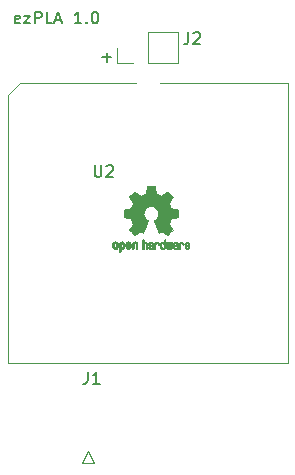
<source format=gto>
G04 #@! TF.GenerationSoftware,KiCad,Pcbnew,(5.1.10)-1*
G04 #@! TF.CreationDate,2021-09-02T14:01:04+02:00*
G04 #@! TF.ProjectId,ezPLA,657a504c-412e-46b6-9963-61645f706362,rev?*
G04 #@! TF.SameCoordinates,Original*
G04 #@! TF.FileFunction,Legend,Top*
G04 #@! TF.FilePolarity,Positive*
%FSLAX46Y46*%
G04 Gerber Fmt 4.6, Leading zero omitted, Abs format (unit mm)*
G04 Created by KiCad (PCBNEW (5.1.10)-1) date 2021-09-02 14:01:04*
%MOMM*%
%LPD*%
G01*
G04 APERTURE LIST*
%ADD10C,0.150000*%
%ADD11C,0.010000*%
%ADD12C,0.120000*%
G04 APERTURE END LIST*
D10*
X136880952Y-100904761D02*
X136785714Y-100952380D01*
X136595238Y-100952380D01*
X136500000Y-100904761D01*
X136452380Y-100809523D01*
X136452380Y-100428571D01*
X136500000Y-100333333D01*
X136595238Y-100285714D01*
X136785714Y-100285714D01*
X136880952Y-100333333D01*
X136928571Y-100428571D01*
X136928571Y-100523809D01*
X136452380Y-100619047D01*
X137261904Y-100285714D02*
X137785714Y-100285714D01*
X137261904Y-100952380D01*
X137785714Y-100952380D01*
X138166666Y-100952380D02*
X138166666Y-99952380D01*
X138547619Y-99952380D01*
X138642857Y-100000000D01*
X138690476Y-100047619D01*
X138738095Y-100142857D01*
X138738095Y-100285714D01*
X138690476Y-100380952D01*
X138642857Y-100428571D01*
X138547619Y-100476190D01*
X138166666Y-100476190D01*
X139642857Y-100952380D02*
X139166666Y-100952380D01*
X139166666Y-99952380D01*
X139928571Y-100666666D02*
X140404761Y-100666666D01*
X139833333Y-100952380D02*
X140166666Y-99952380D01*
X140500000Y-100952380D01*
X142119047Y-100952380D02*
X141547619Y-100952380D01*
X141833333Y-100952380D02*
X141833333Y-99952380D01*
X141738095Y-100095238D01*
X141642857Y-100190476D01*
X141547619Y-100238095D01*
X142547619Y-100857142D02*
X142595238Y-100904761D01*
X142547619Y-100952380D01*
X142500000Y-100904761D01*
X142547619Y-100857142D01*
X142547619Y-100952380D01*
X143214285Y-99952380D02*
X143309523Y-99952380D01*
X143404761Y-100000000D01*
X143452380Y-100047619D01*
X143500000Y-100142857D01*
X143547619Y-100333333D01*
X143547619Y-100571428D01*
X143500000Y-100761904D01*
X143452380Y-100857142D01*
X143404761Y-100904761D01*
X143309523Y-100952380D01*
X143214285Y-100952380D01*
X143119047Y-100904761D01*
X143071428Y-100857142D01*
X143023809Y-100761904D01*
X142976190Y-100571428D01*
X142976190Y-100333333D01*
X143023809Y-100142857D01*
X143071428Y-100047619D01*
X143119047Y-100000000D01*
X143214285Y-99952380D01*
X143869047Y-103821428D02*
X144630952Y-103821428D01*
X144250000Y-104202380D02*
X144250000Y-103440476D01*
D11*
G36*
X148103910Y-114742348D02*
G01*
X148182454Y-114742778D01*
X148239298Y-114743942D01*
X148278105Y-114746207D01*
X148302538Y-114749940D01*
X148316262Y-114755506D01*
X148322940Y-114763273D01*
X148326236Y-114773605D01*
X148326556Y-114774943D01*
X148331562Y-114799079D01*
X148340829Y-114846701D01*
X148353392Y-114912741D01*
X148368287Y-114992128D01*
X148384551Y-115079796D01*
X148385119Y-115082875D01*
X148401410Y-115168789D01*
X148416652Y-115244696D01*
X148429861Y-115306045D01*
X148440054Y-115348282D01*
X148446248Y-115366855D01*
X148446543Y-115367184D01*
X148464788Y-115376253D01*
X148502405Y-115391367D01*
X148551271Y-115409262D01*
X148551543Y-115409358D01*
X148613093Y-115432493D01*
X148685657Y-115461965D01*
X148754057Y-115491597D01*
X148757294Y-115493062D01*
X148868702Y-115543626D01*
X149115399Y-115375160D01*
X149191077Y-115323803D01*
X149259631Y-115277889D01*
X149317088Y-115240030D01*
X149359476Y-115212837D01*
X149382825Y-115198921D01*
X149385042Y-115197889D01*
X149402010Y-115202484D01*
X149433701Y-115224655D01*
X149481352Y-115265447D01*
X149546198Y-115325905D01*
X149612397Y-115390227D01*
X149676214Y-115453612D01*
X149733329Y-115511451D01*
X149780305Y-115560175D01*
X149813703Y-115596210D01*
X149830085Y-115615984D01*
X149830694Y-115617002D01*
X149832505Y-115630572D01*
X149825683Y-115652733D01*
X149808540Y-115686478D01*
X149779393Y-115734800D01*
X149736555Y-115800692D01*
X149679448Y-115885517D01*
X149628766Y-115960177D01*
X149583461Y-116027140D01*
X149546150Y-116082516D01*
X149519452Y-116122420D01*
X149505985Y-116142962D01*
X149505137Y-116144356D01*
X149506781Y-116164038D01*
X149519245Y-116202293D01*
X149540048Y-116251889D01*
X149547462Y-116267728D01*
X149579814Y-116338290D01*
X149614328Y-116418353D01*
X149642365Y-116487629D01*
X149662568Y-116539045D01*
X149678615Y-116578119D01*
X149687888Y-116598541D01*
X149689041Y-116600114D01*
X149706096Y-116602721D01*
X149746298Y-116609863D01*
X149804302Y-116620523D01*
X149874763Y-116633685D01*
X149952335Y-116648333D01*
X150031672Y-116663449D01*
X150107431Y-116678018D01*
X150174264Y-116691022D01*
X150226828Y-116701445D01*
X150259776Y-116708270D01*
X150267857Y-116710199D01*
X150276205Y-116714962D01*
X150282506Y-116725718D01*
X150287045Y-116746098D01*
X150290104Y-116779734D01*
X150291967Y-116830255D01*
X150292918Y-116901292D01*
X150293240Y-116996476D01*
X150293257Y-117035492D01*
X150293257Y-117352799D01*
X150217057Y-117367839D01*
X150174663Y-117375995D01*
X150111400Y-117387899D01*
X150034962Y-117402116D01*
X149953043Y-117417210D01*
X149930400Y-117421355D01*
X149854806Y-117436053D01*
X149788953Y-117450505D01*
X149738366Y-117463375D01*
X149708574Y-117473322D01*
X149703612Y-117476287D01*
X149691426Y-117497283D01*
X149673953Y-117537967D01*
X149654577Y-117590322D01*
X149650734Y-117601600D01*
X149625339Y-117671523D01*
X149593817Y-117750418D01*
X149562969Y-117821266D01*
X149562817Y-117821595D01*
X149511447Y-117932733D01*
X149680399Y-118181253D01*
X149849352Y-118429772D01*
X149632429Y-118647058D01*
X149566819Y-118711726D01*
X149506979Y-118768733D01*
X149456267Y-118815033D01*
X149418046Y-118847584D01*
X149395675Y-118863343D01*
X149392466Y-118864343D01*
X149373626Y-118856469D01*
X149335180Y-118834578D01*
X149281330Y-118801267D01*
X149216276Y-118759131D01*
X149145940Y-118711943D01*
X149074555Y-118663810D01*
X149010908Y-118621928D01*
X148959041Y-118588871D01*
X148922995Y-118567218D01*
X148906867Y-118559543D01*
X148887189Y-118566037D01*
X148849875Y-118583150D01*
X148802621Y-118607326D01*
X148797612Y-118610013D01*
X148733977Y-118641927D01*
X148690341Y-118657579D01*
X148663202Y-118657745D01*
X148649057Y-118643204D01*
X148648975Y-118643000D01*
X148641905Y-118625779D01*
X148625042Y-118584899D01*
X148599695Y-118523525D01*
X148567171Y-118444819D01*
X148528778Y-118351947D01*
X148485822Y-118248072D01*
X148444222Y-118147502D01*
X148398504Y-118036516D01*
X148356526Y-117933703D01*
X148319548Y-117842215D01*
X148288827Y-117765201D01*
X148265622Y-117705815D01*
X148251190Y-117667209D01*
X148246743Y-117652800D01*
X148257896Y-117636272D01*
X148287069Y-117609930D01*
X148325971Y-117580887D01*
X148436757Y-117489039D01*
X148523351Y-117383759D01*
X148584716Y-117267266D01*
X148619815Y-117141776D01*
X148627608Y-117009507D01*
X148621943Y-116948457D01*
X148591078Y-116821795D01*
X148537920Y-116709941D01*
X148465767Y-116614001D01*
X148377917Y-116535076D01*
X148277665Y-116474270D01*
X148168310Y-116432687D01*
X148053147Y-116411428D01*
X147935475Y-116411599D01*
X147818590Y-116434301D01*
X147705789Y-116480638D01*
X147600369Y-116551713D01*
X147556368Y-116591911D01*
X147471979Y-116695129D01*
X147413222Y-116807925D01*
X147379704Y-116927010D01*
X147371035Y-117049095D01*
X147386823Y-117170893D01*
X147426678Y-117289116D01*
X147490207Y-117400475D01*
X147577021Y-117501684D01*
X147674029Y-117580887D01*
X147714437Y-117611162D01*
X147742982Y-117637219D01*
X147753257Y-117652825D01*
X147747877Y-117669843D01*
X147732575Y-117710500D01*
X147708612Y-117771642D01*
X147677244Y-117850119D01*
X147639732Y-117942780D01*
X147597333Y-118046472D01*
X147555663Y-118147526D01*
X147509690Y-118258607D01*
X147467107Y-118361541D01*
X147429221Y-118453165D01*
X147397340Y-118530316D01*
X147372771Y-118589831D01*
X147356820Y-118628544D01*
X147350910Y-118643000D01*
X147336948Y-118657685D01*
X147309940Y-118657642D01*
X147266413Y-118642099D01*
X147202890Y-118610284D01*
X147202388Y-118610013D01*
X147154560Y-118585323D01*
X147115897Y-118567338D01*
X147094095Y-118559614D01*
X147093133Y-118559543D01*
X147076721Y-118567378D01*
X147040487Y-118589165D01*
X146988474Y-118622328D01*
X146924725Y-118664291D01*
X146854060Y-118711943D01*
X146782116Y-118760191D01*
X146717274Y-118802151D01*
X146663735Y-118835227D01*
X146625697Y-118856821D01*
X146607533Y-118864343D01*
X146590808Y-118854457D01*
X146557180Y-118826826D01*
X146510010Y-118784495D01*
X146452658Y-118730505D01*
X146388484Y-118667899D01*
X146367497Y-118646983D01*
X146150499Y-118429623D01*
X146315668Y-118187220D01*
X146365864Y-118112781D01*
X146409919Y-118045972D01*
X146445362Y-117990665D01*
X146469719Y-117950729D01*
X146480522Y-117930036D01*
X146480838Y-117928563D01*
X146475143Y-117909058D01*
X146459826Y-117869822D01*
X146437537Y-117817430D01*
X146421893Y-117782355D01*
X146392641Y-117715201D01*
X146365094Y-117647358D01*
X146343737Y-117590034D01*
X146337935Y-117572572D01*
X146321452Y-117525938D01*
X146305340Y-117489905D01*
X146296490Y-117476287D01*
X146276960Y-117467952D01*
X146234334Y-117456137D01*
X146174145Y-117442181D01*
X146101922Y-117427422D01*
X146069600Y-117421355D01*
X145987522Y-117406273D01*
X145908795Y-117391669D01*
X145841109Y-117378980D01*
X145792160Y-117369642D01*
X145782943Y-117367839D01*
X145706743Y-117352799D01*
X145706743Y-117035492D01*
X145706914Y-116931154D01*
X145707616Y-116852213D01*
X145709134Y-116795038D01*
X145711749Y-116755999D01*
X145715746Y-116731465D01*
X145721409Y-116717805D01*
X145729020Y-116711389D01*
X145732143Y-116710199D01*
X145750978Y-116705980D01*
X145792588Y-116697562D01*
X145851630Y-116685961D01*
X145922757Y-116672195D01*
X146000625Y-116657280D01*
X146079887Y-116642232D01*
X146155198Y-116628069D01*
X146221213Y-116615806D01*
X146272587Y-116606461D01*
X146303975Y-116601050D01*
X146310959Y-116600114D01*
X146317285Y-116587596D01*
X146331290Y-116554246D01*
X146350355Y-116506377D01*
X146357634Y-116487629D01*
X146386996Y-116415195D01*
X146421571Y-116335170D01*
X146452537Y-116267728D01*
X146475323Y-116216159D01*
X146490482Y-116173785D01*
X146495542Y-116147834D01*
X146494736Y-116144356D01*
X146484041Y-116127936D01*
X146459620Y-116091417D01*
X146424095Y-116038687D01*
X146380087Y-115973635D01*
X146330217Y-115900151D01*
X146320356Y-115885645D01*
X146262492Y-115799704D01*
X146219956Y-115734261D01*
X146191054Y-115686304D01*
X146174090Y-115652820D01*
X146167367Y-115630795D01*
X146169190Y-115617217D01*
X146169236Y-115617131D01*
X146183586Y-115599297D01*
X146215323Y-115564817D01*
X146261010Y-115517268D01*
X146317204Y-115460222D01*
X146380468Y-115397255D01*
X146387602Y-115390227D01*
X146467330Y-115313020D01*
X146528857Y-115256330D01*
X146573421Y-115219110D01*
X146602257Y-115200315D01*
X146614958Y-115197889D01*
X146633494Y-115208471D01*
X146671961Y-115232916D01*
X146726386Y-115268612D01*
X146792798Y-115312947D01*
X146867225Y-115363311D01*
X146884601Y-115375160D01*
X147131297Y-115543626D01*
X147242706Y-115493062D01*
X147310457Y-115463595D01*
X147383183Y-115433959D01*
X147445703Y-115410330D01*
X147448457Y-115409358D01*
X147497360Y-115391457D01*
X147535057Y-115376320D01*
X147553425Y-115367210D01*
X147553456Y-115367184D01*
X147559285Y-115350717D01*
X147569192Y-115310219D01*
X147582195Y-115250242D01*
X147597309Y-115175340D01*
X147613552Y-115090064D01*
X147614881Y-115082875D01*
X147631175Y-114995014D01*
X147646133Y-114915260D01*
X147658791Y-114848681D01*
X147668186Y-114800347D01*
X147673354Y-114775325D01*
X147673444Y-114774943D01*
X147676589Y-114764299D01*
X147682704Y-114756262D01*
X147695453Y-114750467D01*
X147718500Y-114746547D01*
X147755509Y-114744135D01*
X147810144Y-114742865D01*
X147886067Y-114742371D01*
X147986944Y-114742286D01*
X148000000Y-114742286D01*
X148103910Y-114742348D01*
G37*
X148103910Y-114742348D02*
X148182454Y-114742778D01*
X148239298Y-114743942D01*
X148278105Y-114746207D01*
X148302538Y-114749940D01*
X148316262Y-114755506D01*
X148322940Y-114763273D01*
X148326236Y-114773605D01*
X148326556Y-114774943D01*
X148331562Y-114799079D01*
X148340829Y-114846701D01*
X148353392Y-114912741D01*
X148368287Y-114992128D01*
X148384551Y-115079796D01*
X148385119Y-115082875D01*
X148401410Y-115168789D01*
X148416652Y-115244696D01*
X148429861Y-115306045D01*
X148440054Y-115348282D01*
X148446248Y-115366855D01*
X148446543Y-115367184D01*
X148464788Y-115376253D01*
X148502405Y-115391367D01*
X148551271Y-115409262D01*
X148551543Y-115409358D01*
X148613093Y-115432493D01*
X148685657Y-115461965D01*
X148754057Y-115491597D01*
X148757294Y-115493062D01*
X148868702Y-115543626D01*
X149115399Y-115375160D01*
X149191077Y-115323803D01*
X149259631Y-115277889D01*
X149317088Y-115240030D01*
X149359476Y-115212837D01*
X149382825Y-115198921D01*
X149385042Y-115197889D01*
X149402010Y-115202484D01*
X149433701Y-115224655D01*
X149481352Y-115265447D01*
X149546198Y-115325905D01*
X149612397Y-115390227D01*
X149676214Y-115453612D01*
X149733329Y-115511451D01*
X149780305Y-115560175D01*
X149813703Y-115596210D01*
X149830085Y-115615984D01*
X149830694Y-115617002D01*
X149832505Y-115630572D01*
X149825683Y-115652733D01*
X149808540Y-115686478D01*
X149779393Y-115734800D01*
X149736555Y-115800692D01*
X149679448Y-115885517D01*
X149628766Y-115960177D01*
X149583461Y-116027140D01*
X149546150Y-116082516D01*
X149519452Y-116122420D01*
X149505985Y-116142962D01*
X149505137Y-116144356D01*
X149506781Y-116164038D01*
X149519245Y-116202293D01*
X149540048Y-116251889D01*
X149547462Y-116267728D01*
X149579814Y-116338290D01*
X149614328Y-116418353D01*
X149642365Y-116487629D01*
X149662568Y-116539045D01*
X149678615Y-116578119D01*
X149687888Y-116598541D01*
X149689041Y-116600114D01*
X149706096Y-116602721D01*
X149746298Y-116609863D01*
X149804302Y-116620523D01*
X149874763Y-116633685D01*
X149952335Y-116648333D01*
X150031672Y-116663449D01*
X150107431Y-116678018D01*
X150174264Y-116691022D01*
X150226828Y-116701445D01*
X150259776Y-116708270D01*
X150267857Y-116710199D01*
X150276205Y-116714962D01*
X150282506Y-116725718D01*
X150287045Y-116746098D01*
X150290104Y-116779734D01*
X150291967Y-116830255D01*
X150292918Y-116901292D01*
X150293240Y-116996476D01*
X150293257Y-117035492D01*
X150293257Y-117352799D01*
X150217057Y-117367839D01*
X150174663Y-117375995D01*
X150111400Y-117387899D01*
X150034962Y-117402116D01*
X149953043Y-117417210D01*
X149930400Y-117421355D01*
X149854806Y-117436053D01*
X149788953Y-117450505D01*
X149738366Y-117463375D01*
X149708574Y-117473322D01*
X149703612Y-117476287D01*
X149691426Y-117497283D01*
X149673953Y-117537967D01*
X149654577Y-117590322D01*
X149650734Y-117601600D01*
X149625339Y-117671523D01*
X149593817Y-117750418D01*
X149562969Y-117821266D01*
X149562817Y-117821595D01*
X149511447Y-117932733D01*
X149680399Y-118181253D01*
X149849352Y-118429772D01*
X149632429Y-118647058D01*
X149566819Y-118711726D01*
X149506979Y-118768733D01*
X149456267Y-118815033D01*
X149418046Y-118847584D01*
X149395675Y-118863343D01*
X149392466Y-118864343D01*
X149373626Y-118856469D01*
X149335180Y-118834578D01*
X149281330Y-118801267D01*
X149216276Y-118759131D01*
X149145940Y-118711943D01*
X149074555Y-118663810D01*
X149010908Y-118621928D01*
X148959041Y-118588871D01*
X148922995Y-118567218D01*
X148906867Y-118559543D01*
X148887189Y-118566037D01*
X148849875Y-118583150D01*
X148802621Y-118607326D01*
X148797612Y-118610013D01*
X148733977Y-118641927D01*
X148690341Y-118657579D01*
X148663202Y-118657745D01*
X148649057Y-118643204D01*
X148648975Y-118643000D01*
X148641905Y-118625779D01*
X148625042Y-118584899D01*
X148599695Y-118523525D01*
X148567171Y-118444819D01*
X148528778Y-118351947D01*
X148485822Y-118248072D01*
X148444222Y-118147502D01*
X148398504Y-118036516D01*
X148356526Y-117933703D01*
X148319548Y-117842215D01*
X148288827Y-117765201D01*
X148265622Y-117705815D01*
X148251190Y-117667209D01*
X148246743Y-117652800D01*
X148257896Y-117636272D01*
X148287069Y-117609930D01*
X148325971Y-117580887D01*
X148436757Y-117489039D01*
X148523351Y-117383759D01*
X148584716Y-117267266D01*
X148619815Y-117141776D01*
X148627608Y-117009507D01*
X148621943Y-116948457D01*
X148591078Y-116821795D01*
X148537920Y-116709941D01*
X148465767Y-116614001D01*
X148377917Y-116535076D01*
X148277665Y-116474270D01*
X148168310Y-116432687D01*
X148053147Y-116411428D01*
X147935475Y-116411599D01*
X147818590Y-116434301D01*
X147705789Y-116480638D01*
X147600369Y-116551713D01*
X147556368Y-116591911D01*
X147471979Y-116695129D01*
X147413222Y-116807925D01*
X147379704Y-116927010D01*
X147371035Y-117049095D01*
X147386823Y-117170893D01*
X147426678Y-117289116D01*
X147490207Y-117400475D01*
X147577021Y-117501684D01*
X147674029Y-117580887D01*
X147714437Y-117611162D01*
X147742982Y-117637219D01*
X147753257Y-117652825D01*
X147747877Y-117669843D01*
X147732575Y-117710500D01*
X147708612Y-117771642D01*
X147677244Y-117850119D01*
X147639732Y-117942780D01*
X147597333Y-118046472D01*
X147555663Y-118147526D01*
X147509690Y-118258607D01*
X147467107Y-118361541D01*
X147429221Y-118453165D01*
X147397340Y-118530316D01*
X147372771Y-118589831D01*
X147356820Y-118628544D01*
X147350910Y-118643000D01*
X147336948Y-118657685D01*
X147309940Y-118657642D01*
X147266413Y-118642099D01*
X147202890Y-118610284D01*
X147202388Y-118610013D01*
X147154560Y-118585323D01*
X147115897Y-118567338D01*
X147094095Y-118559614D01*
X147093133Y-118559543D01*
X147076721Y-118567378D01*
X147040487Y-118589165D01*
X146988474Y-118622328D01*
X146924725Y-118664291D01*
X146854060Y-118711943D01*
X146782116Y-118760191D01*
X146717274Y-118802151D01*
X146663735Y-118835227D01*
X146625697Y-118856821D01*
X146607533Y-118864343D01*
X146590808Y-118854457D01*
X146557180Y-118826826D01*
X146510010Y-118784495D01*
X146452658Y-118730505D01*
X146388484Y-118667899D01*
X146367497Y-118646983D01*
X146150499Y-118429623D01*
X146315668Y-118187220D01*
X146365864Y-118112781D01*
X146409919Y-118045972D01*
X146445362Y-117990665D01*
X146469719Y-117950729D01*
X146480522Y-117930036D01*
X146480838Y-117928563D01*
X146475143Y-117909058D01*
X146459826Y-117869822D01*
X146437537Y-117817430D01*
X146421893Y-117782355D01*
X146392641Y-117715201D01*
X146365094Y-117647358D01*
X146343737Y-117590034D01*
X146337935Y-117572572D01*
X146321452Y-117525938D01*
X146305340Y-117489905D01*
X146296490Y-117476287D01*
X146276960Y-117467952D01*
X146234334Y-117456137D01*
X146174145Y-117442181D01*
X146101922Y-117427422D01*
X146069600Y-117421355D01*
X145987522Y-117406273D01*
X145908795Y-117391669D01*
X145841109Y-117378980D01*
X145792160Y-117369642D01*
X145782943Y-117367839D01*
X145706743Y-117352799D01*
X145706743Y-117035492D01*
X145706914Y-116931154D01*
X145707616Y-116852213D01*
X145709134Y-116795038D01*
X145711749Y-116755999D01*
X145715746Y-116731465D01*
X145721409Y-116717805D01*
X145729020Y-116711389D01*
X145732143Y-116710199D01*
X145750978Y-116705980D01*
X145792588Y-116697562D01*
X145851630Y-116685961D01*
X145922757Y-116672195D01*
X146000625Y-116657280D01*
X146079887Y-116642232D01*
X146155198Y-116628069D01*
X146221213Y-116615806D01*
X146272587Y-116606461D01*
X146303975Y-116601050D01*
X146310959Y-116600114D01*
X146317285Y-116587596D01*
X146331290Y-116554246D01*
X146350355Y-116506377D01*
X146357634Y-116487629D01*
X146386996Y-116415195D01*
X146421571Y-116335170D01*
X146452537Y-116267728D01*
X146475323Y-116216159D01*
X146490482Y-116173785D01*
X146495542Y-116147834D01*
X146494736Y-116144356D01*
X146484041Y-116127936D01*
X146459620Y-116091417D01*
X146424095Y-116038687D01*
X146380087Y-115973635D01*
X146330217Y-115900151D01*
X146320356Y-115885645D01*
X146262492Y-115799704D01*
X146219956Y-115734261D01*
X146191054Y-115686304D01*
X146174090Y-115652820D01*
X146167367Y-115630795D01*
X146169190Y-115617217D01*
X146169236Y-115617131D01*
X146183586Y-115599297D01*
X146215323Y-115564817D01*
X146261010Y-115517268D01*
X146317204Y-115460222D01*
X146380468Y-115397255D01*
X146387602Y-115390227D01*
X146467330Y-115313020D01*
X146528857Y-115256330D01*
X146573421Y-115219110D01*
X146602257Y-115200315D01*
X146614958Y-115197889D01*
X146633494Y-115208471D01*
X146671961Y-115232916D01*
X146726386Y-115268612D01*
X146792798Y-115312947D01*
X146867225Y-115363311D01*
X146884601Y-115375160D01*
X147131297Y-115543626D01*
X147242706Y-115493062D01*
X147310457Y-115463595D01*
X147383183Y-115433959D01*
X147445703Y-115410330D01*
X147448457Y-115409358D01*
X147497360Y-115391457D01*
X147535057Y-115376320D01*
X147553425Y-115367210D01*
X147553456Y-115367184D01*
X147559285Y-115350717D01*
X147569192Y-115310219D01*
X147582195Y-115250242D01*
X147597309Y-115175340D01*
X147613552Y-115090064D01*
X147614881Y-115082875D01*
X147631175Y-114995014D01*
X147646133Y-114915260D01*
X147658791Y-114848681D01*
X147668186Y-114800347D01*
X147673354Y-114775325D01*
X147673444Y-114774943D01*
X147676589Y-114764299D01*
X147682704Y-114756262D01*
X147695453Y-114750467D01*
X147718500Y-114746547D01*
X147755509Y-114744135D01*
X147810144Y-114742865D01*
X147886067Y-114742371D01*
X147986944Y-114742286D01*
X148000000Y-114742286D01*
X148103910Y-114742348D01*
G36*
X151153595Y-119466966D02*
G01*
X151211021Y-119504497D01*
X151238719Y-119538096D01*
X151260662Y-119599064D01*
X151262405Y-119647308D01*
X151258457Y-119711816D01*
X151109686Y-119776934D01*
X151037349Y-119810202D01*
X150990084Y-119836964D01*
X150965507Y-119860144D01*
X150961237Y-119882667D01*
X150974889Y-119907455D01*
X150989943Y-119923886D01*
X151033746Y-119950235D01*
X151081389Y-119952081D01*
X151125145Y-119931546D01*
X151157289Y-119890752D01*
X151163038Y-119876347D01*
X151190576Y-119831356D01*
X151222258Y-119812182D01*
X151265714Y-119795779D01*
X151265714Y-119857966D01*
X151261872Y-119900283D01*
X151246823Y-119935969D01*
X151215280Y-119976943D01*
X151210592Y-119982267D01*
X151175506Y-120018720D01*
X151145347Y-120038283D01*
X151107615Y-120047283D01*
X151076335Y-120050230D01*
X151020385Y-120050965D01*
X150980555Y-120041660D01*
X150955708Y-120027846D01*
X150916656Y-119997467D01*
X150889625Y-119964613D01*
X150872517Y-119923294D01*
X150863238Y-119867521D01*
X150859693Y-119791305D01*
X150859410Y-119752622D01*
X150860372Y-119706247D01*
X150948007Y-119706247D01*
X150949023Y-119731126D01*
X150951556Y-119735200D01*
X150968274Y-119729665D01*
X151004249Y-119715017D01*
X151052331Y-119694190D01*
X151062386Y-119689714D01*
X151123152Y-119658814D01*
X151156632Y-119631657D01*
X151163990Y-119606220D01*
X151146391Y-119580481D01*
X151131856Y-119569109D01*
X151079410Y-119546364D01*
X151030322Y-119550122D01*
X150989227Y-119577884D01*
X150960758Y-119627152D01*
X150951631Y-119666257D01*
X150948007Y-119706247D01*
X150860372Y-119706247D01*
X150861285Y-119662249D01*
X150868196Y-119595384D01*
X150881884Y-119546695D01*
X150904096Y-119510849D01*
X150936574Y-119482513D01*
X150950733Y-119473355D01*
X151015053Y-119449507D01*
X151085473Y-119448006D01*
X151153595Y-119466966D01*
G37*
X151153595Y-119466966D02*
X151211021Y-119504497D01*
X151238719Y-119538096D01*
X151260662Y-119599064D01*
X151262405Y-119647308D01*
X151258457Y-119711816D01*
X151109686Y-119776934D01*
X151037349Y-119810202D01*
X150990084Y-119836964D01*
X150965507Y-119860144D01*
X150961237Y-119882667D01*
X150974889Y-119907455D01*
X150989943Y-119923886D01*
X151033746Y-119950235D01*
X151081389Y-119952081D01*
X151125145Y-119931546D01*
X151157289Y-119890752D01*
X151163038Y-119876347D01*
X151190576Y-119831356D01*
X151222258Y-119812182D01*
X151265714Y-119795779D01*
X151265714Y-119857966D01*
X151261872Y-119900283D01*
X151246823Y-119935969D01*
X151215280Y-119976943D01*
X151210592Y-119982267D01*
X151175506Y-120018720D01*
X151145347Y-120038283D01*
X151107615Y-120047283D01*
X151076335Y-120050230D01*
X151020385Y-120050965D01*
X150980555Y-120041660D01*
X150955708Y-120027846D01*
X150916656Y-119997467D01*
X150889625Y-119964613D01*
X150872517Y-119923294D01*
X150863238Y-119867521D01*
X150859693Y-119791305D01*
X150859410Y-119752622D01*
X150860372Y-119706247D01*
X150948007Y-119706247D01*
X150949023Y-119731126D01*
X150951556Y-119735200D01*
X150968274Y-119729665D01*
X151004249Y-119715017D01*
X151052331Y-119694190D01*
X151062386Y-119689714D01*
X151123152Y-119658814D01*
X151156632Y-119631657D01*
X151163990Y-119606220D01*
X151146391Y-119580481D01*
X151131856Y-119569109D01*
X151079410Y-119546364D01*
X151030322Y-119550122D01*
X150989227Y-119577884D01*
X150960758Y-119627152D01*
X150951631Y-119666257D01*
X150948007Y-119706247D01*
X150860372Y-119706247D01*
X150861285Y-119662249D01*
X150868196Y-119595384D01*
X150881884Y-119546695D01*
X150904096Y-119510849D01*
X150936574Y-119482513D01*
X150950733Y-119473355D01*
X151015053Y-119449507D01*
X151085473Y-119448006D01*
X151153595Y-119466966D01*
G36*
X150652600Y-119458752D02*
G01*
X150669948Y-119466334D01*
X150711356Y-119499128D01*
X150746765Y-119546547D01*
X150768664Y-119597151D01*
X150772229Y-119622098D01*
X150760279Y-119656927D01*
X150734067Y-119675357D01*
X150705964Y-119686516D01*
X150693095Y-119688572D01*
X150686829Y-119673649D01*
X150674456Y-119641175D01*
X150669028Y-119626502D01*
X150638590Y-119575744D01*
X150594520Y-119550427D01*
X150538010Y-119551206D01*
X150533825Y-119552203D01*
X150503655Y-119566507D01*
X150481476Y-119594393D01*
X150466327Y-119639287D01*
X150457250Y-119704615D01*
X150453286Y-119793804D01*
X150452914Y-119841261D01*
X150452730Y-119916071D01*
X150451522Y-119967069D01*
X150448309Y-119999471D01*
X150442109Y-120018495D01*
X150431940Y-120029356D01*
X150416819Y-120037272D01*
X150415946Y-120037670D01*
X150386828Y-120049981D01*
X150372403Y-120054514D01*
X150370186Y-120040809D01*
X150368289Y-120002925D01*
X150366847Y-119945715D01*
X150365998Y-119874027D01*
X150365829Y-119821565D01*
X150366692Y-119720047D01*
X150370070Y-119643032D01*
X150377142Y-119586023D01*
X150389088Y-119544526D01*
X150407090Y-119514043D01*
X150432327Y-119490080D01*
X150457247Y-119473355D01*
X150517171Y-119451097D01*
X150586911Y-119446076D01*
X150652600Y-119458752D01*
G37*
X150652600Y-119458752D02*
X150669948Y-119466334D01*
X150711356Y-119499128D01*
X150746765Y-119546547D01*
X150768664Y-119597151D01*
X150772229Y-119622098D01*
X150760279Y-119656927D01*
X150734067Y-119675357D01*
X150705964Y-119686516D01*
X150693095Y-119688572D01*
X150686829Y-119673649D01*
X150674456Y-119641175D01*
X150669028Y-119626502D01*
X150638590Y-119575744D01*
X150594520Y-119550427D01*
X150538010Y-119551206D01*
X150533825Y-119552203D01*
X150503655Y-119566507D01*
X150481476Y-119594393D01*
X150466327Y-119639287D01*
X150457250Y-119704615D01*
X150453286Y-119793804D01*
X150452914Y-119841261D01*
X150452730Y-119916071D01*
X150451522Y-119967069D01*
X150448309Y-119999471D01*
X150442109Y-120018495D01*
X150431940Y-120029356D01*
X150416819Y-120037272D01*
X150415946Y-120037670D01*
X150386828Y-120049981D01*
X150372403Y-120054514D01*
X150370186Y-120040809D01*
X150368289Y-120002925D01*
X150366847Y-119945715D01*
X150365998Y-119874027D01*
X150365829Y-119821565D01*
X150366692Y-119720047D01*
X150370070Y-119643032D01*
X150377142Y-119586023D01*
X150389088Y-119544526D01*
X150407090Y-119514043D01*
X150432327Y-119490080D01*
X150457247Y-119473355D01*
X150517171Y-119451097D01*
X150586911Y-119446076D01*
X150652600Y-119458752D01*
G36*
X150144876Y-119456335D02*
G01*
X150186667Y-119475344D01*
X150219469Y-119498378D01*
X150243503Y-119524133D01*
X150260097Y-119557358D01*
X150270577Y-119602800D01*
X150276271Y-119665207D01*
X150278507Y-119749327D01*
X150278743Y-119804721D01*
X150278743Y-120020826D01*
X150241774Y-120037670D01*
X150212656Y-120049981D01*
X150198231Y-120054514D01*
X150195472Y-120041025D01*
X150193282Y-120004653D01*
X150191942Y-119951542D01*
X150191657Y-119909372D01*
X150190434Y-119848447D01*
X150187136Y-119800115D01*
X150182321Y-119770518D01*
X150178496Y-119764229D01*
X150152783Y-119770652D01*
X150112418Y-119787125D01*
X150065679Y-119809458D01*
X150020845Y-119833457D01*
X149986193Y-119854930D01*
X149970002Y-119869685D01*
X149969938Y-119869845D01*
X149971330Y-119897152D01*
X149983818Y-119923219D01*
X150005743Y-119944392D01*
X150037743Y-119951474D01*
X150065092Y-119950649D01*
X150103826Y-119950042D01*
X150124158Y-119959116D01*
X150136369Y-119983092D01*
X150137909Y-119987613D01*
X150143203Y-120021806D01*
X150129047Y-120042568D01*
X150092148Y-120052462D01*
X150052289Y-120054292D01*
X149980562Y-120040727D01*
X149943432Y-120021355D01*
X149897576Y-119975845D01*
X149873256Y-119919983D01*
X149871073Y-119860957D01*
X149891629Y-119805953D01*
X149922549Y-119771486D01*
X149953420Y-119752189D01*
X150001942Y-119727759D01*
X150058485Y-119702985D01*
X150067910Y-119699199D01*
X150130019Y-119671791D01*
X150165822Y-119647634D01*
X150177337Y-119623619D01*
X150166580Y-119596635D01*
X150148114Y-119575543D01*
X150104469Y-119549572D01*
X150056446Y-119547624D01*
X150012406Y-119567637D01*
X149980709Y-119607551D01*
X149976549Y-119617848D01*
X149952327Y-119655724D01*
X149916965Y-119683842D01*
X149872343Y-119706917D01*
X149872343Y-119641485D01*
X149874969Y-119601506D01*
X149886230Y-119569997D01*
X149911199Y-119536378D01*
X149935169Y-119510484D01*
X149972441Y-119473817D01*
X150001401Y-119454121D01*
X150032505Y-119446220D01*
X150067713Y-119444914D01*
X150144876Y-119456335D01*
G37*
X150144876Y-119456335D02*
X150186667Y-119475344D01*
X150219469Y-119498378D01*
X150243503Y-119524133D01*
X150260097Y-119557358D01*
X150270577Y-119602800D01*
X150276271Y-119665207D01*
X150278507Y-119749327D01*
X150278743Y-119804721D01*
X150278743Y-120020826D01*
X150241774Y-120037670D01*
X150212656Y-120049981D01*
X150198231Y-120054514D01*
X150195472Y-120041025D01*
X150193282Y-120004653D01*
X150191942Y-119951542D01*
X150191657Y-119909372D01*
X150190434Y-119848447D01*
X150187136Y-119800115D01*
X150182321Y-119770518D01*
X150178496Y-119764229D01*
X150152783Y-119770652D01*
X150112418Y-119787125D01*
X150065679Y-119809458D01*
X150020845Y-119833457D01*
X149986193Y-119854930D01*
X149970002Y-119869685D01*
X149969938Y-119869845D01*
X149971330Y-119897152D01*
X149983818Y-119923219D01*
X150005743Y-119944392D01*
X150037743Y-119951474D01*
X150065092Y-119950649D01*
X150103826Y-119950042D01*
X150124158Y-119959116D01*
X150136369Y-119983092D01*
X150137909Y-119987613D01*
X150143203Y-120021806D01*
X150129047Y-120042568D01*
X150092148Y-120052462D01*
X150052289Y-120054292D01*
X149980562Y-120040727D01*
X149943432Y-120021355D01*
X149897576Y-119975845D01*
X149873256Y-119919983D01*
X149871073Y-119860957D01*
X149891629Y-119805953D01*
X149922549Y-119771486D01*
X149953420Y-119752189D01*
X150001942Y-119727759D01*
X150058485Y-119702985D01*
X150067910Y-119699199D01*
X150130019Y-119671791D01*
X150165822Y-119647634D01*
X150177337Y-119623619D01*
X150166580Y-119596635D01*
X150148114Y-119575543D01*
X150104469Y-119549572D01*
X150056446Y-119547624D01*
X150012406Y-119567637D01*
X149980709Y-119607551D01*
X149976549Y-119617848D01*
X149952327Y-119655724D01*
X149916965Y-119683842D01*
X149872343Y-119706917D01*
X149872343Y-119641485D01*
X149874969Y-119601506D01*
X149886230Y-119569997D01*
X149911199Y-119536378D01*
X149935169Y-119510484D01*
X149972441Y-119473817D01*
X150001401Y-119454121D01*
X150032505Y-119446220D01*
X150067713Y-119444914D01*
X150144876Y-119456335D01*
G36*
X149779833Y-119458663D02*
G01*
X149782048Y-119496850D01*
X149783784Y-119554886D01*
X149784899Y-119628180D01*
X149785257Y-119705055D01*
X149785257Y-119965196D01*
X149739326Y-120011127D01*
X149707675Y-120039429D01*
X149679890Y-120050893D01*
X149641915Y-120050168D01*
X149626840Y-120048321D01*
X149579726Y-120042948D01*
X149540756Y-120039869D01*
X149531257Y-120039585D01*
X149499233Y-120041445D01*
X149453432Y-120046114D01*
X149435674Y-120048321D01*
X149392057Y-120051735D01*
X149362745Y-120044320D01*
X149333680Y-120021427D01*
X149323188Y-120011127D01*
X149277257Y-119965196D01*
X149277257Y-119478602D01*
X149314226Y-119461758D01*
X149346059Y-119449282D01*
X149364683Y-119444914D01*
X149369458Y-119458718D01*
X149373921Y-119497286D01*
X149377775Y-119556356D01*
X149380722Y-119631663D01*
X149382143Y-119695286D01*
X149386114Y-119945657D01*
X149420759Y-119950556D01*
X149452268Y-119947131D01*
X149467708Y-119936041D01*
X149472023Y-119915308D01*
X149475708Y-119871145D01*
X149478469Y-119809146D01*
X149480012Y-119734909D01*
X149480235Y-119696706D01*
X149480457Y-119476783D01*
X149526166Y-119460849D01*
X149558518Y-119450015D01*
X149576115Y-119444962D01*
X149576623Y-119444914D01*
X149578388Y-119458648D01*
X149580329Y-119496730D01*
X149582282Y-119554482D01*
X149584084Y-119627227D01*
X149585343Y-119695286D01*
X149589314Y-119945657D01*
X149676400Y-119945657D01*
X149680396Y-119717240D01*
X149684392Y-119488822D01*
X149726847Y-119466868D01*
X149758192Y-119451793D01*
X149776744Y-119444951D01*
X149777279Y-119444914D01*
X149779833Y-119458663D01*
G37*
X149779833Y-119458663D02*
X149782048Y-119496850D01*
X149783784Y-119554886D01*
X149784899Y-119628180D01*
X149785257Y-119705055D01*
X149785257Y-119965196D01*
X149739326Y-120011127D01*
X149707675Y-120039429D01*
X149679890Y-120050893D01*
X149641915Y-120050168D01*
X149626840Y-120048321D01*
X149579726Y-120042948D01*
X149540756Y-120039869D01*
X149531257Y-120039585D01*
X149499233Y-120041445D01*
X149453432Y-120046114D01*
X149435674Y-120048321D01*
X149392057Y-120051735D01*
X149362745Y-120044320D01*
X149333680Y-120021427D01*
X149323188Y-120011127D01*
X149277257Y-119965196D01*
X149277257Y-119478602D01*
X149314226Y-119461758D01*
X149346059Y-119449282D01*
X149364683Y-119444914D01*
X149369458Y-119458718D01*
X149373921Y-119497286D01*
X149377775Y-119556356D01*
X149380722Y-119631663D01*
X149382143Y-119695286D01*
X149386114Y-119945657D01*
X149420759Y-119950556D01*
X149452268Y-119947131D01*
X149467708Y-119936041D01*
X149472023Y-119915308D01*
X149475708Y-119871145D01*
X149478469Y-119809146D01*
X149480012Y-119734909D01*
X149480235Y-119696706D01*
X149480457Y-119476783D01*
X149526166Y-119460849D01*
X149558518Y-119450015D01*
X149576115Y-119444962D01*
X149576623Y-119444914D01*
X149578388Y-119458648D01*
X149580329Y-119496730D01*
X149582282Y-119554482D01*
X149584084Y-119627227D01*
X149585343Y-119695286D01*
X149589314Y-119945657D01*
X149676400Y-119945657D01*
X149680396Y-119717240D01*
X149684392Y-119488822D01*
X149726847Y-119466868D01*
X149758192Y-119451793D01*
X149776744Y-119444951D01*
X149777279Y-119444914D01*
X149779833Y-119458663D01*
G36*
X149190117Y-119565358D02*
G01*
X149189933Y-119673837D01*
X149189219Y-119757287D01*
X149187675Y-119819704D01*
X149185001Y-119865085D01*
X149180894Y-119897429D01*
X149175055Y-119920733D01*
X149167182Y-119938995D01*
X149161221Y-119949418D01*
X149111855Y-120005945D01*
X149049264Y-120041377D01*
X148980013Y-120054090D01*
X148910668Y-120042463D01*
X148869375Y-120021568D01*
X148826025Y-119985422D01*
X148796481Y-119941276D01*
X148778655Y-119883462D01*
X148770463Y-119806313D01*
X148769302Y-119749714D01*
X148769458Y-119745647D01*
X148870857Y-119745647D01*
X148871476Y-119810550D01*
X148874314Y-119853514D01*
X148880840Y-119881622D01*
X148892523Y-119901953D01*
X148906483Y-119917288D01*
X148953365Y-119946890D01*
X149003701Y-119949419D01*
X149051276Y-119924705D01*
X149054979Y-119921356D01*
X149070783Y-119903935D01*
X149080693Y-119883209D01*
X149086058Y-119852362D01*
X149088228Y-119804577D01*
X149088571Y-119751748D01*
X149087827Y-119685381D01*
X149084748Y-119641106D01*
X149078061Y-119612009D01*
X149066496Y-119591173D01*
X149057013Y-119580107D01*
X149012960Y-119552198D01*
X148962224Y-119548843D01*
X148913796Y-119570159D01*
X148904450Y-119578073D01*
X148888540Y-119595647D01*
X148878610Y-119616587D01*
X148873278Y-119647782D01*
X148871163Y-119696122D01*
X148870857Y-119745647D01*
X148769458Y-119745647D01*
X148772810Y-119658568D01*
X148784726Y-119590086D01*
X148807135Y-119538600D01*
X148842124Y-119498443D01*
X148869375Y-119477861D01*
X148918907Y-119455625D01*
X148976316Y-119445304D01*
X149029682Y-119448067D01*
X149059543Y-119459212D01*
X149071261Y-119462383D01*
X149079037Y-119450557D01*
X149084465Y-119418866D01*
X149088571Y-119370593D01*
X149093067Y-119316829D01*
X149099313Y-119284482D01*
X149110676Y-119265985D01*
X149130528Y-119253770D01*
X149143000Y-119248362D01*
X149190171Y-119228601D01*
X149190117Y-119565358D01*
G37*
X149190117Y-119565358D02*
X149189933Y-119673837D01*
X149189219Y-119757287D01*
X149187675Y-119819704D01*
X149185001Y-119865085D01*
X149180894Y-119897429D01*
X149175055Y-119920733D01*
X149167182Y-119938995D01*
X149161221Y-119949418D01*
X149111855Y-120005945D01*
X149049264Y-120041377D01*
X148980013Y-120054090D01*
X148910668Y-120042463D01*
X148869375Y-120021568D01*
X148826025Y-119985422D01*
X148796481Y-119941276D01*
X148778655Y-119883462D01*
X148770463Y-119806313D01*
X148769302Y-119749714D01*
X148769458Y-119745647D01*
X148870857Y-119745647D01*
X148871476Y-119810550D01*
X148874314Y-119853514D01*
X148880840Y-119881622D01*
X148892523Y-119901953D01*
X148906483Y-119917288D01*
X148953365Y-119946890D01*
X149003701Y-119949419D01*
X149051276Y-119924705D01*
X149054979Y-119921356D01*
X149070783Y-119903935D01*
X149080693Y-119883209D01*
X149086058Y-119852362D01*
X149088228Y-119804577D01*
X149088571Y-119751748D01*
X149087827Y-119685381D01*
X149084748Y-119641106D01*
X149078061Y-119612009D01*
X149066496Y-119591173D01*
X149057013Y-119580107D01*
X149012960Y-119552198D01*
X148962224Y-119548843D01*
X148913796Y-119570159D01*
X148904450Y-119578073D01*
X148888540Y-119595647D01*
X148878610Y-119616587D01*
X148873278Y-119647782D01*
X148871163Y-119696122D01*
X148870857Y-119745647D01*
X148769458Y-119745647D01*
X148772810Y-119658568D01*
X148784726Y-119590086D01*
X148807135Y-119538600D01*
X148842124Y-119498443D01*
X148869375Y-119477861D01*
X148918907Y-119455625D01*
X148976316Y-119445304D01*
X149029682Y-119448067D01*
X149059543Y-119459212D01*
X149071261Y-119462383D01*
X149079037Y-119450557D01*
X149084465Y-119418866D01*
X149088571Y-119370593D01*
X149093067Y-119316829D01*
X149099313Y-119284482D01*
X149110676Y-119265985D01*
X149130528Y-119253770D01*
X149143000Y-119248362D01*
X149190171Y-119228601D01*
X149190117Y-119565358D01*
G36*
X148529926Y-119449755D02*
G01*
X148595858Y-119474084D01*
X148649273Y-119517117D01*
X148670164Y-119547409D01*
X148692939Y-119602994D01*
X148692466Y-119643186D01*
X148668562Y-119670217D01*
X148659717Y-119674813D01*
X148621530Y-119689144D01*
X148602028Y-119685472D01*
X148595422Y-119661407D01*
X148595086Y-119648114D01*
X148582992Y-119599210D01*
X148551471Y-119564999D01*
X148507659Y-119548476D01*
X148458695Y-119552634D01*
X148418894Y-119574227D01*
X148405450Y-119586544D01*
X148395921Y-119601487D01*
X148389485Y-119624075D01*
X148385317Y-119659328D01*
X148382597Y-119712266D01*
X148380502Y-119787907D01*
X148379960Y-119811857D01*
X148377981Y-119893790D01*
X148375731Y-119951455D01*
X148372357Y-119989608D01*
X148367006Y-120013004D01*
X148358824Y-120026398D01*
X148346959Y-120034545D01*
X148339362Y-120038144D01*
X148307102Y-120050452D01*
X148288111Y-120054514D01*
X148281836Y-120040948D01*
X148278006Y-119999934D01*
X148276600Y-119930999D01*
X148277598Y-119833669D01*
X148277908Y-119818657D01*
X148280101Y-119729859D01*
X148282693Y-119665019D01*
X148286382Y-119619067D01*
X148291864Y-119586935D01*
X148299835Y-119563553D01*
X148310993Y-119543852D01*
X148316830Y-119535410D01*
X148350296Y-119498057D01*
X148387727Y-119469003D01*
X148392309Y-119466467D01*
X148459426Y-119446443D01*
X148529926Y-119449755D01*
G37*
X148529926Y-119449755D02*
X148595858Y-119474084D01*
X148649273Y-119517117D01*
X148670164Y-119547409D01*
X148692939Y-119602994D01*
X148692466Y-119643186D01*
X148668562Y-119670217D01*
X148659717Y-119674813D01*
X148621530Y-119689144D01*
X148602028Y-119685472D01*
X148595422Y-119661407D01*
X148595086Y-119648114D01*
X148582992Y-119599210D01*
X148551471Y-119564999D01*
X148507659Y-119548476D01*
X148458695Y-119552634D01*
X148418894Y-119574227D01*
X148405450Y-119586544D01*
X148395921Y-119601487D01*
X148389485Y-119624075D01*
X148385317Y-119659328D01*
X148382597Y-119712266D01*
X148380502Y-119787907D01*
X148379960Y-119811857D01*
X148377981Y-119893790D01*
X148375731Y-119951455D01*
X148372357Y-119989608D01*
X148367006Y-120013004D01*
X148358824Y-120026398D01*
X148346959Y-120034545D01*
X148339362Y-120038144D01*
X148307102Y-120050452D01*
X148288111Y-120054514D01*
X148281836Y-120040948D01*
X148278006Y-119999934D01*
X148276600Y-119930999D01*
X148277598Y-119833669D01*
X148277908Y-119818657D01*
X148280101Y-119729859D01*
X148282693Y-119665019D01*
X148286382Y-119619067D01*
X148291864Y-119586935D01*
X148299835Y-119563553D01*
X148310993Y-119543852D01*
X148316830Y-119535410D01*
X148350296Y-119498057D01*
X148387727Y-119469003D01*
X148392309Y-119466467D01*
X148459426Y-119446443D01*
X148529926Y-119449755D01*
G36*
X148039744Y-119450968D02*
G01*
X148096616Y-119472087D01*
X148097267Y-119472493D01*
X148132440Y-119498380D01*
X148158407Y-119528633D01*
X148176670Y-119568058D01*
X148188732Y-119621462D01*
X148196096Y-119693651D01*
X148200264Y-119789432D01*
X148200629Y-119803078D01*
X148205876Y-120008842D01*
X148161716Y-120031678D01*
X148129763Y-120047110D01*
X148110470Y-120054423D01*
X148109578Y-120054514D01*
X148106239Y-120041022D01*
X148103587Y-120004626D01*
X148101956Y-119951452D01*
X148101600Y-119908393D01*
X148101592Y-119838641D01*
X148098403Y-119794837D01*
X148087288Y-119773944D01*
X148063501Y-119772925D01*
X148022296Y-119788741D01*
X147960086Y-119817815D01*
X147914341Y-119841963D01*
X147890813Y-119862913D01*
X147883896Y-119885747D01*
X147883886Y-119886877D01*
X147895299Y-119926212D01*
X147929092Y-119947462D01*
X147980809Y-119950539D01*
X148018061Y-119950006D01*
X148037703Y-119960735D01*
X148049952Y-119986505D01*
X148057002Y-120019337D01*
X148046842Y-120037966D01*
X148043017Y-120040632D01*
X148007001Y-120051340D01*
X147956566Y-120052856D01*
X147904626Y-120045759D01*
X147867822Y-120032788D01*
X147816938Y-119989585D01*
X147788014Y-119929446D01*
X147782286Y-119882462D01*
X147786657Y-119840082D01*
X147802475Y-119805488D01*
X147833797Y-119774763D01*
X147884678Y-119743990D01*
X147959176Y-119709252D01*
X147963714Y-119707288D01*
X148030821Y-119676287D01*
X148072232Y-119650862D01*
X148089981Y-119628014D01*
X148086107Y-119604745D01*
X148062643Y-119578056D01*
X148055627Y-119571914D01*
X148008630Y-119548100D01*
X147959933Y-119549103D01*
X147917522Y-119572451D01*
X147889384Y-119615675D01*
X147886769Y-119624160D01*
X147861308Y-119665308D01*
X147829001Y-119685128D01*
X147782286Y-119704770D01*
X147782286Y-119653950D01*
X147796496Y-119580082D01*
X147838675Y-119512327D01*
X147860624Y-119489661D01*
X147910517Y-119460569D01*
X147973967Y-119447400D01*
X148039744Y-119450968D01*
G37*
X148039744Y-119450968D02*
X148096616Y-119472087D01*
X148097267Y-119472493D01*
X148132440Y-119498380D01*
X148158407Y-119528633D01*
X148176670Y-119568058D01*
X148188732Y-119621462D01*
X148196096Y-119693651D01*
X148200264Y-119789432D01*
X148200629Y-119803078D01*
X148205876Y-120008842D01*
X148161716Y-120031678D01*
X148129763Y-120047110D01*
X148110470Y-120054423D01*
X148109578Y-120054514D01*
X148106239Y-120041022D01*
X148103587Y-120004626D01*
X148101956Y-119951452D01*
X148101600Y-119908393D01*
X148101592Y-119838641D01*
X148098403Y-119794837D01*
X148087288Y-119773944D01*
X148063501Y-119772925D01*
X148022296Y-119788741D01*
X147960086Y-119817815D01*
X147914341Y-119841963D01*
X147890813Y-119862913D01*
X147883896Y-119885747D01*
X147883886Y-119886877D01*
X147895299Y-119926212D01*
X147929092Y-119947462D01*
X147980809Y-119950539D01*
X148018061Y-119950006D01*
X148037703Y-119960735D01*
X148049952Y-119986505D01*
X148057002Y-120019337D01*
X148046842Y-120037966D01*
X148043017Y-120040632D01*
X148007001Y-120051340D01*
X147956566Y-120052856D01*
X147904626Y-120045759D01*
X147867822Y-120032788D01*
X147816938Y-119989585D01*
X147788014Y-119929446D01*
X147782286Y-119882462D01*
X147786657Y-119840082D01*
X147802475Y-119805488D01*
X147833797Y-119774763D01*
X147884678Y-119743990D01*
X147959176Y-119709252D01*
X147963714Y-119707288D01*
X148030821Y-119676287D01*
X148072232Y-119650862D01*
X148089981Y-119628014D01*
X148086107Y-119604745D01*
X148062643Y-119578056D01*
X148055627Y-119571914D01*
X148008630Y-119548100D01*
X147959933Y-119549103D01*
X147917522Y-119572451D01*
X147889384Y-119615675D01*
X147886769Y-119624160D01*
X147861308Y-119665308D01*
X147829001Y-119685128D01*
X147782286Y-119704770D01*
X147782286Y-119653950D01*
X147796496Y-119580082D01*
X147838675Y-119512327D01*
X147860624Y-119489661D01*
X147910517Y-119460569D01*
X147973967Y-119447400D01*
X148039744Y-119450968D01*
G36*
X147375886Y-119351289D02*
G01*
X147380139Y-119410613D01*
X147385025Y-119445572D01*
X147391795Y-119460820D01*
X147401702Y-119461015D01*
X147404914Y-119459195D01*
X147447644Y-119446015D01*
X147503227Y-119446785D01*
X147559737Y-119460333D01*
X147595082Y-119477861D01*
X147631321Y-119505861D01*
X147657813Y-119537549D01*
X147675999Y-119577813D01*
X147687322Y-119631543D01*
X147693222Y-119703626D01*
X147695143Y-119798951D01*
X147695177Y-119817237D01*
X147695200Y-120022646D01*
X147649491Y-120038580D01*
X147617027Y-120049420D01*
X147599215Y-120054468D01*
X147598691Y-120054514D01*
X147596937Y-120040828D01*
X147595444Y-120003076D01*
X147594326Y-119946224D01*
X147593697Y-119875234D01*
X147593600Y-119832073D01*
X147593398Y-119746973D01*
X147592358Y-119685981D01*
X147589831Y-119644177D01*
X147585164Y-119616642D01*
X147577707Y-119598456D01*
X147566811Y-119584698D01*
X147560007Y-119578073D01*
X147513272Y-119551375D01*
X147462272Y-119549375D01*
X147416001Y-119571955D01*
X147407444Y-119580107D01*
X147394893Y-119595436D01*
X147386188Y-119613618D01*
X147380631Y-119639909D01*
X147377526Y-119679562D01*
X147376176Y-119737832D01*
X147375886Y-119818173D01*
X147375886Y-120022646D01*
X147330177Y-120038580D01*
X147297713Y-120049420D01*
X147279901Y-120054468D01*
X147279377Y-120054514D01*
X147278037Y-120040623D01*
X147276828Y-120001439D01*
X147275801Y-119940700D01*
X147275002Y-119862141D01*
X147274481Y-119769498D01*
X147274286Y-119666509D01*
X147274286Y-119269342D01*
X147321457Y-119249444D01*
X147368629Y-119229547D01*
X147375886Y-119351289D01*
G37*
X147375886Y-119351289D02*
X147380139Y-119410613D01*
X147385025Y-119445572D01*
X147391795Y-119460820D01*
X147401702Y-119461015D01*
X147404914Y-119459195D01*
X147447644Y-119446015D01*
X147503227Y-119446785D01*
X147559737Y-119460333D01*
X147595082Y-119477861D01*
X147631321Y-119505861D01*
X147657813Y-119537549D01*
X147675999Y-119577813D01*
X147687322Y-119631543D01*
X147693222Y-119703626D01*
X147695143Y-119798951D01*
X147695177Y-119817237D01*
X147695200Y-120022646D01*
X147649491Y-120038580D01*
X147617027Y-120049420D01*
X147599215Y-120054468D01*
X147598691Y-120054514D01*
X147596937Y-120040828D01*
X147595444Y-120003076D01*
X147594326Y-119946224D01*
X147593697Y-119875234D01*
X147593600Y-119832073D01*
X147593398Y-119746973D01*
X147592358Y-119685981D01*
X147589831Y-119644177D01*
X147585164Y-119616642D01*
X147577707Y-119598456D01*
X147566811Y-119584698D01*
X147560007Y-119578073D01*
X147513272Y-119551375D01*
X147462272Y-119549375D01*
X147416001Y-119571955D01*
X147407444Y-119580107D01*
X147394893Y-119595436D01*
X147386188Y-119613618D01*
X147380631Y-119639909D01*
X147377526Y-119679562D01*
X147376176Y-119737832D01*
X147375886Y-119818173D01*
X147375886Y-120022646D01*
X147330177Y-120038580D01*
X147297713Y-120049420D01*
X147279901Y-120054468D01*
X147279377Y-120054514D01*
X147278037Y-120040623D01*
X147276828Y-120001439D01*
X147275801Y-119940700D01*
X147275002Y-119862141D01*
X147274481Y-119769498D01*
X147274286Y-119666509D01*
X147274286Y-119269342D01*
X147321457Y-119249444D01*
X147368629Y-119229547D01*
X147375886Y-119351289D01*
G36*
X146168303Y-119431239D02*
G01*
X146225527Y-119469735D01*
X146269749Y-119525335D01*
X146296167Y-119596086D01*
X146301510Y-119648162D01*
X146300903Y-119669893D01*
X146295822Y-119686531D01*
X146281855Y-119701437D01*
X146254589Y-119717973D01*
X146209612Y-119739498D01*
X146142511Y-119769374D01*
X146142171Y-119769524D01*
X146080407Y-119797813D01*
X146029759Y-119822933D01*
X145995404Y-119842179D01*
X145982518Y-119852848D01*
X145982514Y-119852934D01*
X145993872Y-119876166D01*
X146020431Y-119901774D01*
X146050923Y-119920221D01*
X146066370Y-119923886D01*
X146108515Y-119911212D01*
X146144808Y-119879471D01*
X146162517Y-119844572D01*
X146179552Y-119818845D01*
X146212922Y-119789546D01*
X146252149Y-119764235D01*
X146286756Y-119750471D01*
X146293993Y-119749714D01*
X146302139Y-119762160D01*
X146302630Y-119793972D01*
X146296643Y-119836866D01*
X146285357Y-119882558D01*
X146269950Y-119922761D01*
X146269171Y-119924322D01*
X146222804Y-119989062D01*
X146162711Y-120033097D01*
X146094465Y-120054711D01*
X146023638Y-120052185D01*
X145955804Y-120023804D01*
X145952788Y-120021808D01*
X145899427Y-119973448D01*
X145864340Y-119910352D01*
X145844922Y-119827387D01*
X145842316Y-119804078D01*
X145837701Y-119694055D01*
X145843233Y-119642748D01*
X145982514Y-119642748D01*
X145984324Y-119674753D01*
X145994222Y-119684093D01*
X146018898Y-119677105D01*
X146057795Y-119660587D01*
X146101275Y-119639881D01*
X146102356Y-119639333D01*
X146139209Y-119619949D01*
X146154000Y-119607013D01*
X146150353Y-119593451D01*
X146134995Y-119575632D01*
X146095923Y-119549845D01*
X146053846Y-119547950D01*
X146016103Y-119566717D01*
X145990034Y-119602915D01*
X145982514Y-119642748D01*
X145843233Y-119642748D01*
X145847194Y-119606027D01*
X145871550Y-119536212D01*
X145905456Y-119487302D01*
X145966653Y-119437878D01*
X146034063Y-119413359D01*
X146102880Y-119411797D01*
X146168303Y-119431239D01*
G37*
X146168303Y-119431239D02*
X146225527Y-119469735D01*
X146269749Y-119525335D01*
X146296167Y-119596086D01*
X146301510Y-119648162D01*
X146300903Y-119669893D01*
X146295822Y-119686531D01*
X146281855Y-119701437D01*
X146254589Y-119717973D01*
X146209612Y-119739498D01*
X146142511Y-119769374D01*
X146142171Y-119769524D01*
X146080407Y-119797813D01*
X146029759Y-119822933D01*
X145995404Y-119842179D01*
X145982518Y-119852848D01*
X145982514Y-119852934D01*
X145993872Y-119876166D01*
X146020431Y-119901774D01*
X146050923Y-119920221D01*
X146066370Y-119923886D01*
X146108515Y-119911212D01*
X146144808Y-119879471D01*
X146162517Y-119844572D01*
X146179552Y-119818845D01*
X146212922Y-119789546D01*
X146252149Y-119764235D01*
X146286756Y-119750471D01*
X146293993Y-119749714D01*
X146302139Y-119762160D01*
X146302630Y-119793972D01*
X146296643Y-119836866D01*
X146285357Y-119882558D01*
X146269950Y-119922761D01*
X146269171Y-119924322D01*
X146222804Y-119989062D01*
X146162711Y-120033097D01*
X146094465Y-120054711D01*
X146023638Y-120052185D01*
X145955804Y-120023804D01*
X145952788Y-120021808D01*
X145899427Y-119973448D01*
X145864340Y-119910352D01*
X145844922Y-119827387D01*
X145842316Y-119804078D01*
X145837701Y-119694055D01*
X145843233Y-119642748D01*
X145982514Y-119642748D01*
X145984324Y-119674753D01*
X145994222Y-119684093D01*
X146018898Y-119677105D01*
X146057795Y-119660587D01*
X146101275Y-119639881D01*
X146102356Y-119639333D01*
X146139209Y-119619949D01*
X146154000Y-119607013D01*
X146150353Y-119593451D01*
X146134995Y-119575632D01*
X146095923Y-119549845D01*
X146053846Y-119547950D01*
X146016103Y-119566717D01*
X145990034Y-119602915D01*
X145982514Y-119642748D01*
X145843233Y-119642748D01*
X145847194Y-119606027D01*
X145871550Y-119536212D01*
X145905456Y-119487302D01*
X145966653Y-119437878D01*
X146034063Y-119413359D01*
X146102880Y-119411797D01*
X146168303Y-119431239D01*
G36*
X145041115Y-119421962D02*
G01*
X145109145Y-119457733D01*
X145159351Y-119515301D01*
X145177185Y-119552312D01*
X145191063Y-119607882D01*
X145198167Y-119678096D01*
X145198840Y-119754727D01*
X145193427Y-119829552D01*
X145182270Y-119894342D01*
X145165714Y-119940873D01*
X145160626Y-119948887D01*
X145100355Y-120008707D01*
X145028769Y-120044535D01*
X144951092Y-120055020D01*
X144872548Y-120038810D01*
X144850689Y-120029092D01*
X144808122Y-119999143D01*
X144770763Y-119959433D01*
X144767232Y-119954397D01*
X144752881Y-119930124D01*
X144743394Y-119904178D01*
X144737790Y-119870022D01*
X144735086Y-119821119D01*
X144734299Y-119750935D01*
X144734286Y-119735200D01*
X144734322Y-119730192D01*
X144879429Y-119730192D01*
X144880273Y-119796430D01*
X144883596Y-119840386D01*
X144890583Y-119868779D01*
X144902416Y-119888325D01*
X144908457Y-119894857D01*
X144943186Y-119919680D01*
X144976903Y-119918548D01*
X145010995Y-119897016D01*
X145031329Y-119874029D01*
X145043371Y-119840478D01*
X145050134Y-119787569D01*
X145050598Y-119781399D01*
X145051752Y-119685513D01*
X145039688Y-119614299D01*
X145014570Y-119568194D01*
X144976560Y-119547635D01*
X144962992Y-119546514D01*
X144927364Y-119552152D01*
X144902994Y-119571686D01*
X144888093Y-119609042D01*
X144880875Y-119668150D01*
X144879429Y-119730192D01*
X144734322Y-119730192D01*
X144734826Y-119660413D01*
X144737096Y-119608159D01*
X144742068Y-119571949D01*
X144750713Y-119545299D01*
X144764005Y-119521722D01*
X144766943Y-119517338D01*
X144816313Y-119458249D01*
X144870109Y-119423947D01*
X144935602Y-119410331D01*
X144957842Y-119409665D01*
X145041115Y-119421962D01*
G37*
X145041115Y-119421962D02*
X145109145Y-119457733D01*
X145159351Y-119515301D01*
X145177185Y-119552312D01*
X145191063Y-119607882D01*
X145198167Y-119678096D01*
X145198840Y-119754727D01*
X145193427Y-119829552D01*
X145182270Y-119894342D01*
X145165714Y-119940873D01*
X145160626Y-119948887D01*
X145100355Y-120008707D01*
X145028769Y-120044535D01*
X144951092Y-120055020D01*
X144872548Y-120038810D01*
X144850689Y-120029092D01*
X144808122Y-119999143D01*
X144770763Y-119959433D01*
X144767232Y-119954397D01*
X144752881Y-119930124D01*
X144743394Y-119904178D01*
X144737790Y-119870022D01*
X144735086Y-119821119D01*
X144734299Y-119750935D01*
X144734286Y-119735200D01*
X144734322Y-119730192D01*
X144879429Y-119730192D01*
X144880273Y-119796430D01*
X144883596Y-119840386D01*
X144890583Y-119868779D01*
X144902416Y-119888325D01*
X144908457Y-119894857D01*
X144943186Y-119919680D01*
X144976903Y-119918548D01*
X145010995Y-119897016D01*
X145031329Y-119874029D01*
X145043371Y-119840478D01*
X145050134Y-119787569D01*
X145050598Y-119781399D01*
X145051752Y-119685513D01*
X145039688Y-119614299D01*
X145014570Y-119568194D01*
X144976560Y-119547635D01*
X144962992Y-119546514D01*
X144927364Y-119552152D01*
X144902994Y-119571686D01*
X144888093Y-119609042D01*
X144880875Y-119668150D01*
X144879429Y-119730192D01*
X144734322Y-119730192D01*
X144734826Y-119660413D01*
X144737096Y-119608159D01*
X144742068Y-119571949D01*
X144750713Y-119545299D01*
X144764005Y-119521722D01*
X144766943Y-119517338D01*
X144816313Y-119458249D01*
X144870109Y-119423947D01*
X144935602Y-119410331D01*
X144957842Y-119409665D01*
X145041115Y-119421962D01*
G36*
X146716093Y-119427780D02*
G01*
X146762672Y-119454723D01*
X146795057Y-119481466D01*
X146818742Y-119509484D01*
X146835059Y-119543748D01*
X146845339Y-119589227D01*
X146850914Y-119650892D01*
X146853116Y-119733711D01*
X146853371Y-119793246D01*
X146853371Y-120012391D01*
X146791686Y-120040044D01*
X146730000Y-120067697D01*
X146722743Y-119827670D01*
X146719744Y-119738028D01*
X146716598Y-119672962D01*
X146712701Y-119628026D01*
X146707447Y-119598770D01*
X146700231Y-119580748D01*
X146690450Y-119569511D01*
X146687312Y-119567079D01*
X146639761Y-119548083D01*
X146591697Y-119555600D01*
X146563086Y-119575543D01*
X146551447Y-119589675D01*
X146543391Y-119608220D01*
X146538271Y-119636334D01*
X146535441Y-119679173D01*
X146534256Y-119741895D01*
X146534057Y-119807261D01*
X146534018Y-119889268D01*
X146532614Y-119947316D01*
X146527914Y-119986465D01*
X146517987Y-120011780D01*
X146500903Y-120028323D01*
X146474732Y-120041156D01*
X146439775Y-120054491D01*
X146401596Y-120069007D01*
X146406141Y-119811389D01*
X146407971Y-119718519D01*
X146410112Y-119649889D01*
X146413181Y-119600711D01*
X146417794Y-119566198D01*
X146424568Y-119541562D01*
X146434119Y-119522016D01*
X146445634Y-119504770D01*
X146501190Y-119449680D01*
X146568980Y-119417822D01*
X146642713Y-119410191D01*
X146716093Y-119427780D01*
G37*
X146716093Y-119427780D02*
X146762672Y-119454723D01*
X146795057Y-119481466D01*
X146818742Y-119509484D01*
X146835059Y-119543748D01*
X146845339Y-119589227D01*
X146850914Y-119650892D01*
X146853116Y-119733711D01*
X146853371Y-119793246D01*
X146853371Y-120012391D01*
X146791686Y-120040044D01*
X146730000Y-120067697D01*
X146722743Y-119827670D01*
X146719744Y-119738028D01*
X146716598Y-119672962D01*
X146712701Y-119628026D01*
X146707447Y-119598770D01*
X146700231Y-119580748D01*
X146690450Y-119569511D01*
X146687312Y-119567079D01*
X146639761Y-119548083D01*
X146591697Y-119555600D01*
X146563086Y-119575543D01*
X146551447Y-119589675D01*
X146543391Y-119608220D01*
X146538271Y-119636334D01*
X146535441Y-119679173D01*
X146534256Y-119741895D01*
X146534057Y-119807261D01*
X146534018Y-119889268D01*
X146532614Y-119947316D01*
X146527914Y-119986465D01*
X146517987Y-120011780D01*
X146500903Y-120028323D01*
X146474732Y-120041156D01*
X146439775Y-120054491D01*
X146401596Y-120069007D01*
X146406141Y-119811389D01*
X146407971Y-119718519D01*
X146410112Y-119649889D01*
X146413181Y-119600711D01*
X146417794Y-119566198D01*
X146424568Y-119541562D01*
X146434119Y-119522016D01*
X146445634Y-119504770D01*
X146501190Y-119449680D01*
X146568980Y-119417822D01*
X146642713Y-119410191D01*
X146716093Y-119427780D01*
G36*
X145599744Y-119419918D02*
G01*
X145655201Y-119447568D01*
X145704148Y-119498480D01*
X145717629Y-119517338D01*
X145732314Y-119542015D01*
X145741842Y-119568816D01*
X145747293Y-119604587D01*
X145749747Y-119656169D01*
X145750286Y-119724267D01*
X145747852Y-119817588D01*
X145739394Y-119887657D01*
X145723174Y-119939931D01*
X145697454Y-119979869D01*
X145660497Y-120012929D01*
X145657782Y-120014886D01*
X145621360Y-120034908D01*
X145577502Y-120044815D01*
X145521724Y-120047257D01*
X145431048Y-120047257D01*
X145431010Y-120135283D01*
X145430166Y-120184308D01*
X145425024Y-120213065D01*
X145411587Y-120230311D01*
X145385858Y-120244808D01*
X145379679Y-120247769D01*
X145350764Y-120261648D01*
X145328376Y-120270414D01*
X145311729Y-120271171D01*
X145300036Y-120261023D01*
X145292510Y-120237073D01*
X145288366Y-120196426D01*
X145286815Y-120136186D01*
X145287071Y-120053455D01*
X145288349Y-119945339D01*
X145288748Y-119913000D01*
X145290185Y-119801524D01*
X145291472Y-119728603D01*
X145430971Y-119728603D01*
X145431755Y-119790499D01*
X145435240Y-119830997D01*
X145443124Y-119857708D01*
X145457105Y-119878244D01*
X145466597Y-119888260D01*
X145505404Y-119917567D01*
X145539763Y-119919952D01*
X145575216Y-119895750D01*
X145576114Y-119894857D01*
X145590539Y-119876153D01*
X145599313Y-119850732D01*
X145603739Y-119811584D01*
X145605118Y-119751697D01*
X145605143Y-119738430D01*
X145601812Y-119655901D01*
X145590969Y-119598691D01*
X145571340Y-119563766D01*
X145541650Y-119548094D01*
X145524491Y-119546514D01*
X145483766Y-119553926D01*
X145455832Y-119578330D01*
X145439017Y-119622980D01*
X145431650Y-119691130D01*
X145430971Y-119728603D01*
X145291472Y-119728603D01*
X145291708Y-119715245D01*
X145293677Y-119650333D01*
X145296450Y-119602958D01*
X145300388Y-119569290D01*
X145305849Y-119545498D01*
X145313192Y-119527753D01*
X145322777Y-119512224D01*
X145326887Y-119506381D01*
X145381405Y-119451185D01*
X145450336Y-119419890D01*
X145530072Y-119411165D01*
X145599744Y-119419918D01*
G37*
X145599744Y-119419918D02*
X145655201Y-119447568D01*
X145704148Y-119498480D01*
X145717629Y-119517338D01*
X145732314Y-119542015D01*
X145741842Y-119568816D01*
X145747293Y-119604587D01*
X145749747Y-119656169D01*
X145750286Y-119724267D01*
X145747852Y-119817588D01*
X145739394Y-119887657D01*
X145723174Y-119939931D01*
X145697454Y-119979869D01*
X145660497Y-120012929D01*
X145657782Y-120014886D01*
X145621360Y-120034908D01*
X145577502Y-120044815D01*
X145521724Y-120047257D01*
X145431048Y-120047257D01*
X145431010Y-120135283D01*
X145430166Y-120184308D01*
X145425024Y-120213065D01*
X145411587Y-120230311D01*
X145385858Y-120244808D01*
X145379679Y-120247769D01*
X145350764Y-120261648D01*
X145328376Y-120270414D01*
X145311729Y-120271171D01*
X145300036Y-120261023D01*
X145292510Y-120237073D01*
X145288366Y-120196426D01*
X145286815Y-120136186D01*
X145287071Y-120053455D01*
X145288349Y-119945339D01*
X145288748Y-119913000D01*
X145290185Y-119801524D01*
X145291472Y-119728603D01*
X145430971Y-119728603D01*
X145431755Y-119790499D01*
X145435240Y-119830997D01*
X145443124Y-119857708D01*
X145457105Y-119878244D01*
X145466597Y-119888260D01*
X145505404Y-119917567D01*
X145539763Y-119919952D01*
X145575216Y-119895750D01*
X145576114Y-119894857D01*
X145590539Y-119876153D01*
X145599313Y-119850732D01*
X145603739Y-119811584D01*
X145605118Y-119751697D01*
X145605143Y-119738430D01*
X145601812Y-119655901D01*
X145590969Y-119598691D01*
X145571340Y-119563766D01*
X145541650Y-119548094D01*
X145524491Y-119546514D01*
X145483766Y-119553926D01*
X145455832Y-119578330D01*
X145439017Y-119622980D01*
X145431650Y-119691130D01*
X145430971Y-119728603D01*
X145291472Y-119728603D01*
X145291708Y-119715245D01*
X145293677Y-119650333D01*
X145296450Y-119602958D01*
X145300388Y-119569290D01*
X145305849Y-119545498D01*
X145313192Y-119527753D01*
X145322777Y-119512224D01*
X145326887Y-119506381D01*
X145381405Y-119451185D01*
X145450336Y-119419890D01*
X145530072Y-119411165D01*
X145599744Y-119419918D01*
D12*
X142659200Y-137162600D02*
X142159200Y-138162600D01*
X142159200Y-138162600D02*
X143159200Y-138162600D01*
X143159200Y-138162600D02*
X142659200Y-137162600D01*
X145130000Y-104330000D02*
X145130000Y-103000000D01*
X146460000Y-104330000D02*
X145130000Y-104330000D01*
X147730000Y-104330000D02*
X147730000Y-101670000D01*
X147730000Y-101670000D02*
X150330000Y-101670000D01*
X147730000Y-104330000D02*
X150330000Y-104330000D01*
X150330000Y-104330000D02*
X150330000Y-101670000D01*
X159580000Y-106000000D02*
X148730000Y-106000000D01*
X159580000Y-129700000D02*
X159580000Y-106000000D01*
X135880000Y-129700000D02*
X159580000Y-129700000D01*
X135880000Y-107000000D02*
X135880000Y-129700000D01*
X136880000Y-106000000D02*
X135880000Y-107000000D01*
X146730000Y-106000000D02*
X136880000Y-106000000D01*
D10*
X142666666Y-130452380D02*
X142666666Y-131166666D01*
X142619047Y-131309523D01*
X142523809Y-131404761D01*
X142380952Y-131452380D01*
X142285714Y-131452380D01*
X143666666Y-131452380D02*
X143095238Y-131452380D01*
X143380952Y-131452380D02*
X143380952Y-130452380D01*
X143285714Y-130595238D01*
X143190476Y-130690476D01*
X143095238Y-130738095D01*
X151166666Y-101702380D02*
X151166666Y-102416666D01*
X151119047Y-102559523D01*
X151023809Y-102654761D01*
X150880952Y-102702380D01*
X150785714Y-102702380D01*
X151595238Y-101797619D02*
X151642857Y-101750000D01*
X151738095Y-101702380D01*
X151976190Y-101702380D01*
X152071428Y-101750000D01*
X152119047Y-101797619D01*
X152166666Y-101892857D01*
X152166666Y-101988095D01*
X152119047Y-102130952D01*
X151547619Y-102702380D01*
X152166666Y-102702380D01*
X143238095Y-112952380D02*
X143238095Y-113761904D01*
X143285714Y-113857142D01*
X143333333Y-113904761D01*
X143428571Y-113952380D01*
X143619047Y-113952380D01*
X143714285Y-113904761D01*
X143761904Y-113857142D01*
X143809523Y-113761904D01*
X143809523Y-112952380D01*
X144238095Y-113047619D02*
X144285714Y-113000000D01*
X144380952Y-112952380D01*
X144619047Y-112952380D01*
X144714285Y-113000000D01*
X144761904Y-113047619D01*
X144809523Y-113142857D01*
X144809523Y-113238095D01*
X144761904Y-113380952D01*
X144190476Y-113952380D01*
X144809523Y-113952380D01*
M02*

</source>
